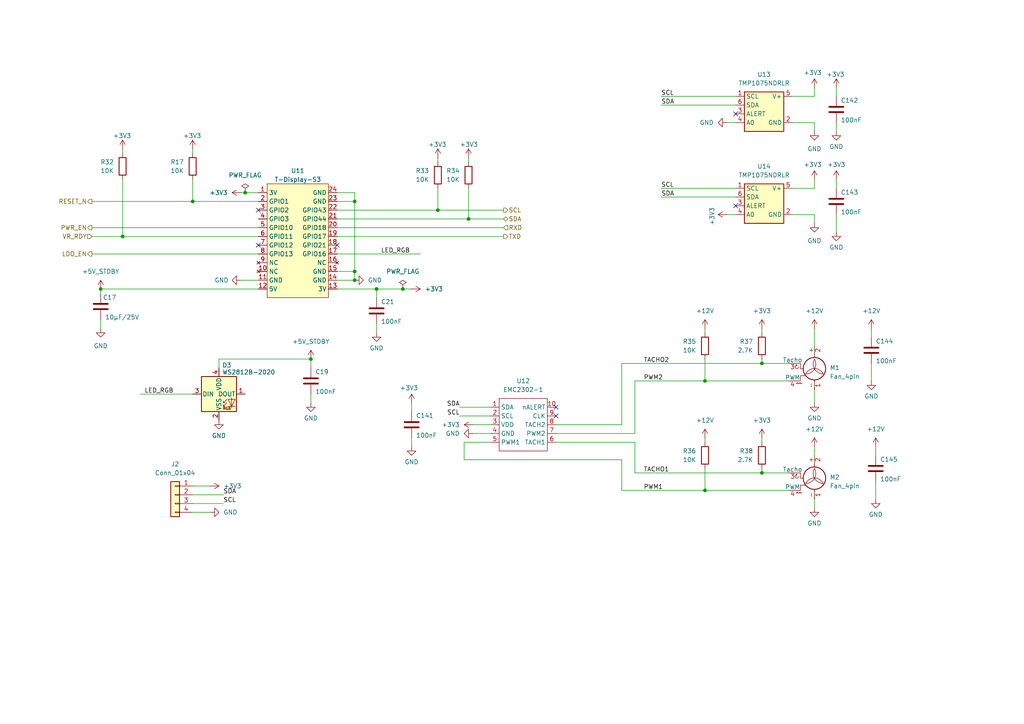
<source format=kicad_sch>
(kicad_sch (version 20231120) (generator "eeschema") (generator_version "8.0")
  (paper "A4")
  (lib_symbols
    (symbol "+3V3_1" (power) (pin_numbers hide) (pin_names (offset 0) hide)
      (property "Value" "+3V3" (at 0 3.556 0))
      (symbol "+3V3_1_0_1"
        (polyline (pts (xy -0.762 1.27) (xy 0 2.54)))
        (polyline (pts (xy 0 0) (xy 0 2.54)))
        (polyline (pts (xy 0 2.54) (xy 0.762 1.27)))
      )
      (symbol "+3V3_1_1_1"
        (pin power_in line (at 0 0 90) (length 0) (name "~") (number "1"))
      )
    )
    (symbol "+3V3_4" (power) (pin_numbers hide) (pin_names (offset 0) hide)
      (property "Value" "+3V3" (at 0 3.556 0))
      (symbol "+3V3_4_0_1"
        (polyline (pts (xy -0.762 1.27) (xy 0 2.54)))
        (polyline (pts (xy 0 0) (xy 0 2.54)))
        (polyline (pts (xy 0 2.54) (xy 0.762 1.27)))
      )
      (symbol "+3V3_4_1_1"
        (pin power_in line (at 0 0 90) (length 0) (name "~") (number "1"))
      )
    )
    (symbol "Connector_Generic:Conn_01x04" (pin_names (offset 1.016) hide)
      (property "Reference" "J" (at 0 5.08 0))
      (property "Value" "Conn_01x04" (at 0 -7.62 0))
      (symbol "Conn_01x04_1_1"
        (rectangle (start -1.27 -4.953) (end 0 -5.207) (stroke (width 0.1524)))
        (rectangle (start -1.27 -2.413) (end 0 -2.667) (stroke (width 0.1524)))
        (rectangle (start -1.27 0.127) (end 0 -0.127) (stroke (width 0.1524)))
        (rectangle (start -1.27 2.667) (end 0 2.413) (stroke (width 0.1524)))
        (rectangle (start -1.27 3.81) (end 1.27 -6.35) (stroke (width 0.254)) (fill (type background)))
        (pin passive line (at -5.08 2.54 0) (length 3.81) (name "Pin_1") (number "1"))
        (pin passive line (at -5.08 0 0) (length 3.81) (name "Pin_2") (number "2"))
        (pin passive line (at -5.08 -2.54 0) (length 3.81) (name "Pin_3") (number "3"))
        (pin passive line (at -5.08 -5.08 0) (length 3.81) (name "Pin_4") (number "4"))
      )
    )
    (symbol "Device:C" (pin_numbers hide) (pin_names (offset 0.254))
      (property "Reference" "C" (at 0.635 2.54 0))
      (property "Value" "C" (at 0.635 -2.54 0))
      (symbol "C_0_1"
        (polyline (pts (xy -2.032 -0.762) (xy 2.032 -0.762)) (stroke (width 0.508)))
        (polyline (pts (xy -2.032 0.762) (xy 2.032 0.762)) (stroke (width 0.508)))
      )
      (symbol "C_1_1"
        (pin passive line (at 0 3.81 270) (length 2.794) (name "~") (number "1"))
        (pin passive line (at 0 -3.81 90) (length 2.794) (name "~") (number "2"))
      )
    )
    (symbol "Device:R" (pin_numbers hide) (pin_names (offset 0))
      (property "Reference" "R" (at 2.032 0 90))
      (property "Value" "R" (at 0 0 90))
      (symbol "R_0_1"
        (rectangle (start -1.016 -2.54) (end 1.016 2.54) (stroke (width 0.254)))
      )
      (symbol "R_1_1"
        (pin passive line (at 0 3.81 270) (length 1.27) (name "~") (number "1"))
        (pin passive line (at 0 -3.81 90) (length 1.27) (name "~") (number "2"))
      )
    )
    (symbol "EKO_Miner_ASIClib:T-Display-S3"
      (property "Reference" "U" (at 3.048 3.302 0))
      (symbol "T-Display-S3_1_0"
        (pin power_in line (at 0 -2.54 0) (length 2.54) (name "3V") (number "1"))
        (pin no_connect line (at 0 -25.4 0) (length 2.54) (name "NC") (number "10"))
        (pin power_in line (at 0 -27.94 0) (length 2.54) (name "GND") (number "11"))
        (pin power_in line (at 0 -30.48 0) (length 2.54) (name "5V") (number "12"))
        (pin power_in line (at 22.86 -30.48 180) (length 2.54) (name "3V") (number "13"))
        (pin power_in line (at 22.86 -27.94 180) (length 2.54) (name "GND") (number "14"))
        (pin power_in line (at 22.86 -25.4 180) (length 2.54) (name "GND") (number "15"))
        (pin no_connect line (at 22.86 -22.86 180) (length 2.54) (name "NC") (number "16"))
        (pin bidirectional line (at 22.86 -20.32 180) (length 2.54) (name "GPIO16") (number "17"))
        (pin bidirectional line (at 22.86 -17.78 180) (length 2.54) (name "GPIO21") (number "18"))
        (pin bidirectional line (at 22.86 -15.24 180) (length 2.54) (name "GPIO17") (number "19"))
        (pin bidirectional line (at 0 -5.08 0) (length 2.54) (name "GPIO1") (number "2"))
        (pin bidirectional line (at 22.86 -12.7 180) (length 2.54) (name "GPIO18") (number "20"))
        (pin bidirectional line (at 0 -7.62 0) (length 2.54) (name "GPIO2") (number "3"))
        (pin bidirectional line (at 0 -10.16 0) (length 2.54) (name "GPIO3") (number "4"))
        (pin bidirectional line (at 0 -12.7 0) (length 2.54) (name "GPIO10") (number "5"))
        (pin input line (at 0 -15.24 0) (length 2.54) (name "GPIO11") (number "6"))
        (pin bidirectional line (at 0 -17.78 0) (length 2.54) (name "GPIO12") (number "7"))
        (pin bidirectional line (at 0 -20.32 0) (length 2.54) (name "GPIO13") (number "8"))
        (pin no_connect line (at 0 -22.86 0) (length 2.54) (name "NC") (number "9"))
      )
      (symbol "T-Display-S3_1_1"
        (rectangle (start 2.54 0) (end 20.32 -33.02) (fill (type background)))
        (pin bidirectional line (at 22.86 -10.16 180) (length 2.54) (name "GPIO44") (number "21"))
        (pin bidirectional line (at 22.86 -7.62 180) (length 2.54) (name "GPIO43") (number "22"))
        (pin power_in line (at 22.86 -5.08 180) (length 2.54) (name "GND") (number "23"))
        (pin power_in line (at 22.86 -2.54 180) (length 2.54) (name "GND") (number "24"))
      )
    )
    (symbol "EKO_Miner_ASIClib:TMP1075NDRLR"
      (property "Reference" "U" (at 3.302 3.81 0))
      (property "Value" "TMP1075NDRLR" (at 9.906 1.778 0))
      (symbol "TMP1075NDRLR_0_1"
        (rectangle (start 2.54 0) (end 13.97 -11.43) (stroke (width 0.254)) (fill (type background)))
      )
      (symbol "TMP1075NDRLR_1_1"
        (pin open_collector line (at 0 -1.27 0) (length 2.54) (name "SCL") (number "1"))
        (pin power_in line (at 16.51 -8.89 180) (length 2.54) (name "GND") (number "2"))
        (pin open_collector line (at 0 -6.35 0) (length 2.54) (name "ALERT") (number "3"))
        (pin input line (at 0 -8.89 0) (length 2.54) (name "A0") (number "4"))
        (pin power_in line (at 16.51 -1.27 180) (length 2.54) (name "V+") (number "5"))
        (pin open_collector line (at 0 -3.81 0) (length 2.54) (name "SDA") (number "6"))
      )
    )
    (symbol "GND_1" (power) (pin_names (offset 0))
      (property "Value" "GND_1" (at 0 -3.81 0))
      (symbol "GND_1_0_1"
        (polyline (pts (xy 0 0) (xy 0 -1.27) (xy 1.27 -1.27) (xy 0 -2.54) (xy -1.27 -1.27) (xy 0 -1.27)))
      )
      (symbol "GND_1_1_1"
        (pin power_in line (at 0 0 270) (length 0) hide (name "GND") (number "1"))
      )
    )
    (symbol "GND_2" (power) (pin_numbers hide) (pin_names (offset 0) hide)
      (property "Value" "GND" (at 0 -3.81 0))
      (symbol "GND_2_0_1"
        (polyline (pts (xy 0 0) (xy 0 -1.27) (xy 1.27 -1.27) (xy 0 -2.54) (xy -1.27 -1.27) (xy 0 -1.27)))
      )
      (symbol "GND_2_1_1"
        (pin power_in line (at 0 0 270) (length 0) (name "~") (number "1"))
      )
    )
    (symbol "GND_3" (power) (pin_numbers hide) (pin_names (offset 0) hide)
      (property "Value" "GND" (at 0 -3.81 0))
      (symbol "GND_3_0_1"
        (polyline (pts (xy 0 0) (xy 0 -1.27) (xy 1.27 -1.27) (xy 0 -2.54) (xy -1.27 -1.27) (xy 0 -1.27)))
      )
      (symbol "GND_3_1_1"
        (pin power_in line (at 0 0 270) (length 0) (name "~") (number "1"))
      )
    )
    (symbol "GND_4" (power) (pin_numbers hide) (pin_names (offset 0) hide)
      (property "Value" "GND" (at 0 -3.81 0))
      (symbol "GND_4_0_1"
        (polyline (pts (xy 0 0) (xy 0 -1.27) (xy 1.27 -1.27) (xy 0 -2.54) (xy -1.27 -1.27) (xy 0 -1.27)))
      )
      (symbol "GND_4_1_1"
        (pin power_in line (at 0 0 270) (length 0) (name "~") (number "1"))
      )
    )
    (symbol "GND_7" (power) (pin_numbers hide) (pin_names (offset 0) hide)
      (property "Value" "GND" (at 0 -3.81 0))
      (symbol "GND_7_0_1"
        (polyline (pts (xy 0 0) (xy 0 -1.27) (xy 1.27 -1.27) (xy 0 -2.54) (xy -1.27 -1.27) (xy 0 -1.27)))
      )
      (symbol "GND_7_1_1"
        (pin power_in line (at 0 0 270) (length 0) (name "~") (number "1"))
      )
    )
    (symbol "LED:WS2812B-2020" (pin_names (offset 0.254))
      (property "Reference" "D" (at 5.08 5.715 0))
      (property "Value" "WS2812B-2020" (at 1.27 -5.715 0))
      (symbol "WS2812B-2020_0_0"
        (text "RGB" (at 2.286 -4.191 0) (effects (font (size 0.762 0.762))))
      )
      (symbol "WS2812B-2020_0_1"
        (polyline (pts (xy 1.27 -3.556) (xy 1.778 -3.556)))
        (polyline (pts (xy 1.27 -2.54) (xy 1.778 -2.54)))
        (polyline (pts (xy 4.699 -3.556) (xy 2.667 -3.556)))
        (polyline (pts (xy 2.286 -2.54) (xy 1.27 -3.556) (xy 1.27 -3.048)))
        (polyline (pts (xy 2.286 -1.524) (xy 1.27 -2.54) (xy 1.27 -2.032)))
        (polyline (pts (xy 3.683 -1.016) (xy 3.683 -3.556) (xy 3.683 -4.064)))
        (polyline (pts (xy 4.699 -1.524) (xy 2.667 -1.524) (xy 3.683 -3.556) (xy 4.699 -1.524)))
        (rectangle (start 5.08 5.08) (end -5.08 -5.08) (stroke (width 0.254)) (fill (type background)))
      )
      (symbol "WS2812B-2020_1_1"
        (pin output line (at 7.62 0 180) (length 2.54) (name "DOUT") (number "1"))
        (pin power_in line (at 0 -7.62 90) (length 2.54) (name "VSS") (number "2"))
        (pin input line (at -7.62 0 0) (length 2.54) (name "DIN") (number "3"))
        (pin power_in line (at 0 7.62 270) (length 2.54) (name "VDD") (number "4"))
      )
    )
    (symbol "Motor:Fan_4pin" (pin_names (offset 0))
      (property "Reference" "M" (at 2.54 5.08 0))
      (property "Value" "Fan_4pin" (at 2.54 -2.54 0))
      (symbol "Fan_4pin_0_0"
        (arc (start -5.588 1.524) (mid -5.08 1.0182) (end -4.572 1.524))
        (arc (start -5.08 2.032) (mid -5.4392 1.8832) (end -5.588 1.524))
        (polyline (pts (xy -5.08 2.032) (xy -5.334 2.159)))
        (polyline (pts (xy -5.08 2.032) (xy -5.207 1.778)))
        (polyline (pts (xy -4.064 2.54) (xy -4.064 1.016) (xy -3.302 1.016)))
      )
      (symbol "Fan_4pin_0_1"
        (arc (start -2.54 -0.508) (mid 0.0028 0.9121) (end 0 3.81))
        (polyline (pts (xy -4.064 2.54) (xy -5.08 2.54)))
        (polyline (pts (xy 0 -5.08) (xy 0 -4.572)))
        (polyline (pts (xy 0 -2.2352) (xy 0 -2.6416)))
        (polyline (pts (xy 0 4.2672) (xy 0 4.6228)))
        (polyline (pts (xy 0 4.572) (xy 0 5.08)))
        (polyline (pts (xy -2.54 -1.016) (xy -4.064 -1.016) (xy -4.064 -2.54) (xy -5.08 -2.54)))
        (polyline (pts (xy -5.334 -3.302) (xy -5.08 -3.302) (xy -5.08 -3.048) (xy -4.826 -3.048) (xy -4.826 -3.302) (xy -4.318 -3.302) (xy -4.318 -3.048) (xy -4.064 -3.048) (xy -4.064 -3.302) (xy -3.556 -3.302)))
        (circle (center 0 1.016) (radius 3.2512) (stroke (width 0.254)))
        (arc (start 0 3.81) (mid 0.053 0.921) (end 2.54 -0.508))
        (arc (start 2.54 -0.508) (mid 0 1.0618) (end -2.54 -0.508))
      )
      (symbol "Fan_4pin_1_1"
        (pin passive line (at 0 -5.08 90) (length 2.54) (name "-") (number "1"))
        (pin passive line (at 0 7.62 270) (length 2.54) (name "+") (number "2"))
        (pin passive line (at -7.62 2.54 0) (length 2.54) (name "Tacho") (number "3"))
        (pin input line (at -7.62 -2.54 0) (length 2.54) (name "PWM") (number "4"))
      )
    )
    (symbol "mylib7:EMC2302"
      (property "Reference" "U11" (at -1.905 16.891 0))
      (property "Value" "EMC2302-1" (at -1.905 14.5796 0))
      (symbol "EMC2302_0_0"
        (pin open_collector line (at -11.43 10.16 0) (length 2.54) (name "SDA") (number "1"))
        (pin open_collector line (at -11.43 7.62 0) (length 2.54) (name "SCL") (number "2"))
        (pin power_in line (at -11.43 5.08 0) (length 2.54) (name "VDD") (number "3"))
        (pin power_in line (at -11.43 2.54 0) (length 2.54) (name "GND") (number "4"))
      )
      (symbol "EMC2302_0_1"
        (rectangle (start -8.89 12.7) (end 5.08 -2.54))
      )
      (symbol "EMC2302_1_0"
        (pin open_collector line (at 7.62 10.16 180) (length 2.54) (name "nALERT") (number "10"))
        (pin output line (at -11.43 0 0) (length 2.54) (name "PWM1") (number "5"))
        (pin input line (at 7.62 0 180) (length 2.54) (name "TACH1") (number "6"))
        (pin output line (at 7.62 2.54 180) (length 2.54) (name "PWM2") (number "7"))
        (pin input line (at 7.62 5.08 180) (length 2.54) (name "TACH2") (number "8"))
        (pin input line (at 7.62 7.62 180) (length 2.54) (name "CLK") (number "9"))
      )
    )
    (symbol "power:+12V" (power) (pin_names (offset 0))
      (property "Value" "+12V" (at 0 3.556 0))
      (symbol "+12V_0_1"
        (polyline (pts (xy -0.762 1.27) (xy 0 2.54)))
        (polyline (pts (xy 0 0) (xy 0 2.54)))
        (polyline (pts (xy 0 2.54) (xy 0.762 1.27)))
      )
      (symbol "+12V_1_1"
        (pin power_in line (at 0 0 90) (length 0) hide (name "+12V") (number "1"))
      )
    )
    (symbol "power:+3.3V" (power) (pin_names (offset 0))
      (property "Value" "+3.3V" (at 0 3.556 0))
      (symbol "+3.3V_0_1"
        (polyline (pts (xy -0.762 1.27) (xy 0 2.54)))
        (polyline (pts (xy 0 0) (xy 0 2.54)))
        (polyline (pts (xy 0 2.54) (xy 0.762 1.27)))
      )
      (symbol "+3.3V_1_1"
        (pin power_in line (at 0 0 90) (length 0) hide (name "+3.3V") (number "1"))
      )
    )
    (symbol "power:+3V3" (power) (pin_names (offset 0))
      (property "Value" "+3V3" (at 0 3.556 0))
      (symbol "+3V3_0_1"
        (polyline (pts (xy -0.762 1.27) (xy 0 2.54)))
        (polyline (pts (xy 0 0) (xy 0 2.54)))
        (polyline (pts (xy 0 2.54) (xy 0.762 1.27)))
      )
      (symbol "+3V3_1_1"
        (pin power_in line (at 0 0 90) (length 0) hide (name "+3V3") (number "1"))
      )
    )
    (symbol "power:GND" (power) (pin_names (offset 0))
      (property "Value" "GND" (at 0 -3.81 0))
      (symbol "GND_0_1"
        (polyline (pts (xy 0 0) (xy 0 -1.27) (xy 1.27 -1.27) (xy 0 -2.54) (xy -1.27 -1.27) (xy 0 -1.27)))
      )
      (symbol "GND_1_1"
        (pin power_in line (at 0 0 270) (length 0) hide (name "GND") (number "1"))
      )
    )
    (symbol "power:PWR_FLAG" (power) (pin_numbers hide) (pin_names (offset 0) hide)
      (property "Value" "PWR_FLAG" (at 0 3.81 0))
      (symbol "PWR_FLAG_0_0"
        (pin power_out line (at 0 0 90) (length 0) (name "~") (number "1"))
      )
      (symbol "PWR_FLAG_0_1"
        (polyline (pts (xy 0 0) (xy 0 1.27) (xy -1.016 1.905) (xy 0 2.54) (xy 1.016 1.905) (xy 0 1.27)))
      )
    )
  )
  (junction (at 127 60.96))
  (junction (at 135.89 63.5))
  (junction (at 55.88 58.42))
  (junction (at 204.47 110.49))
  (junction (at 116.84 83.82))
  (junction (at 29.21 83.82))
  (junction (at 102.87 78.74))
  (junction (at 102.87 81.28))
  (junction (at 90.17 104.14))
  (junction (at 109.22 83.82))
  (junction (at 71.12 55.88))
  (junction (at 220.98 105.41))
  (junction (at 102.87 58.42))
  (junction (at 220.98 137.16))
  (junction (at 204.47 142.24))
  (junction (at 35.56 68.58))
  (no_connect (at 161.29 118.11))
  (no_connect (at 97.79 71.12))
  (no_connect (at 74.93 60.96))
  (no_connect (at 213.36 59.69))
  (no_connect (at 74.93 71.12))
  (no_connect (at 161.29 120.65))
  (no_connect (at 213.36 33.02))
  (wire (pts (xy 133.35 120.65) (xy 142.24 120.65)))
  (wire (pts (xy 161.29 123.19) (xy 180.34 123.19)))
  (wire (pts (xy 97.79 73.66) (xy 121.92 73.66)))
  (wire (pts (xy 242.57 35.56) (xy 242.57 38.1)))
  (wire (pts (xy 97.79 55.88) (xy 102.87 55.88)))
  (wire (pts (xy 220.98 104.14) (xy 220.98 105.41)))
  (wire (pts (xy 161.29 125.73) (xy 184.15 125.73)))
  (wire (pts (xy 97.79 60.96) (xy 127 60.96)))
  (wire (pts (xy 242.57 62.23) (xy 242.57 67.31)))
  (wire (pts (xy 97.79 68.58) (xy 146.05 68.58)))
  (wire (pts (xy 180.34 105.41) (xy 220.98 105.41)))
  (wire (pts (xy 236.22 38.1) (xy 236.22 35.56)))
  (wire (pts (xy 191.77 57.15) (xy 213.36 57.15)))
  (wire (pts (xy 55.88 52.07) (xy 55.88 58.42)))
  (wire (pts (xy 220.98 137.16) (xy 228.6 137.16)))
  (wire (pts (xy 26.67 66.04) (xy 74.93 66.04)))
  (wire (pts (xy 236.22 64.77) (xy 236.22 62.23)))
  (wire (pts (xy 60.96 148.59) (xy 55.88 148.59)))
  (wire (pts (xy 69.85 55.88) (xy 71.12 55.88)))
  (wire (pts (xy 161.29 128.27) (xy 184.15 128.27)))
  (wire (pts (xy 127 60.96) (xy 146.05 60.96)))
  (wire (pts (xy 109.22 83.82) (xy 109.22 86.36)))
  (wire (pts (xy 119.38 116.84) (xy 119.38 119.38)))
  (wire (pts (xy 229.87 54.61) (xy 236.22 54.61)))
  (wire (pts (xy 109.22 93.98) (xy 109.22 96.52)))
  (wire (pts (xy 134.62 133.35) (xy 134.62 128.27)))
  (wire (pts (xy 220.98 95.25) (xy 220.98 96.52)))
  (wire (pts (xy 242.57 25.4) (xy 242.57 27.94)))
  (wire (pts (xy 127 54.61) (xy 127 60.96)))
  (wire (pts (xy 229.87 35.56) (xy 236.22 35.56)))
  (wire (pts (xy 97.79 81.28) (xy 102.87 81.28)))
  (wire (pts (xy 35.56 52.07) (xy 35.56 68.58)))
  (wire (pts (xy 29.21 83.82) (xy 29.21 85.09)))
  (wire (pts (xy 180.34 123.19) (xy 180.34 105.41)))
  (wire (pts (xy 71.12 55.88) (xy 74.93 55.88)))
  (wire (pts (xy 133.35 118.11) (xy 142.24 118.11)))
  (wire (pts (xy 63.5 106.68) (xy 63.5 104.14)))
  (wire (pts (xy 135.89 54.61) (xy 135.89 63.5)))
  (wire (pts (xy 220.98 105.41) (xy 228.6 105.41)))
  (wire (pts (xy 236.22 95.25) (xy 236.22 100.33)))
  (wire (pts (xy 191.77 27.94) (xy 213.36 27.94)))
  (wire (pts (xy 204.47 104.14) (xy 204.47 110.49)))
  (wire (pts (xy 26.67 58.42) (xy 55.88 58.42)))
  (wire (pts (xy 254 139.7) (xy 254 144.78)))
  (wire (pts (xy 236.22 144.78) (xy 236.22 147.32)))
  (wire (pts (xy 204.47 142.24) (xy 228.6 142.24)))
  (wire (pts (xy 97.79 78.74) (xy 102.87 78.74)))
  (wire (pts (xy 55.88 43.18) (xy 55.88 44.45)))
  (wire (pts (xy 180.34 142.24) (xy 180.34 133.35)))
  (wire (pts (xy 97.79 63.5) (xy 135.89 63.5)))
  (wire (pts (xy 191.77 54.61) (xy 213.36 54.61)))
  (wire (pts (xy 116.84 83.82) (xy 119.38 83.82)))
  (wire (pts (xy 236.22 113.03) (xy 236.22 116.84)))
  (wire (pts (xy 26.67 73.66) (xy 74.93 73.66)))
  (wire (pts (xy 135.89 63.5) (xy 146.05 63.5)))
  (wire (pts (xy 40.64 114.3) (xy 55.88 114.3)))
  (wire (pts (xy 204.47 127) (xy 204.47 128.27)))
  (wire (pts (xy 229.87 62.23) (xy 236.22 62.23)))
  (wire (pts (xy 102.87 55.88) (xy 102.87 58.42)))
  (wire (pts (xy 204.47 110.49) (xy 228.6 110.49)))
  (wire (pts (xy 236.22 54.61) (xy 236.22 52.07)))
  (wire (pts (xy 220.98 127) (xy 220.98 128.27)))
  (wire (pts (xy 220.98 135.89) (xy 220.98 137.16)))
  (wire (pts (xy 29.21 83.82) (xy 74.93 83.82)))
  (wire (pts (xy 180.34 142.24) (xy 204.47 142.24)))
  (wire (pts (xy 213.36 62.23) (xy 210.82 62.23)))
  (wire (pts (xy 119.38 127) (xy 119.38 129.54)))
  (wire (pts (xy 26.67 68.58) (xy 35.56 68.58)))
  (wire (pts (xy 229.87 27.94) (xy 236.22 27.94)))
  (wire (pts (xy 90.17 114.3) (xy 90.17 116.84)))
  (wire (pts (xy 97.79 66.04) (xy 146.05 66.04)))
  (wire (pts (xy 97.79 83.82) (xy 109.22 83.82)))
  (wire (pts (xy 180.34 133.35) (xy 134.62 133.35)))
  (wire (pts (xy 29.21 92.71) (xy 29.21 95.25)))
  (wire (pts (xy 102.87 78.74) (xy 102.87 81.28)))
  (wire (pts (xy 102.87 58.42) (xy 102.87 78.74)))
  (wire (pts (xy 184.15 128.27) (xy 184.15 137.16)))
  (wire (pts (xy 64.77 146.05) (xy 55.88 146.05)))
  (wire (pts (xy 184.15 137.16) (xy 220.98 137.16)))
  (wire (pts (xy 191.77 30.48) (xy 213.36 30.48)))
  (wire (pts (xy 60.96 140.97) (xy 55.88 140.97)))
  (wire (pts (xy 252.73 95.25) (xy 252.73 97.79)))
  (wire (pts (xy 127 45.72) (xy 127 46.99)))
  (wire (pts (xy 184.15 125.73) (xy 184.15 110.49)))
  (wire (pts (xy 242.57 52.07) (xy 242.57 54.61)))
  (wire (pts (xy 74.93 81.28) (xy 69.85 81.28)))
  (wire (pts (xy 184.15 110.49) (xy 204.47 110.49)))
  (wire (pts (xy 137.16 123.19) (xy 142.24 123.19)))
  (wire (pts (xy 134.62 128.27) (xy 142.24 128.27)))
  (wire (pts (xy 137.16 125.73) (xy 142.24 125.73)))
  (wire (pts (xy 236.22 27.94) (xy 236.22 25.4)))
  (wire (pts (xy 252.73 105.41) (xy 252.73 110.49)))
  (wire (pts (xy 109.22 83.82) (xy 116.84 83.82)))
  (wire (pts (xy 97.79 58.42) (xy 102.87 58.42)))
  (wire (pts (xy 213.36 35.56) (xy 210.82 35.56)))
  (wire (pts (xy 135.89 45.72) (xy 135.89 46.99)))
  (wire (pts (xy 35.56 68.58) (xy 74.93 68.58)))
  (wire (pts (xy 55.88 58.42) (xy 74.93 58.42)))
  (wire (pts (xy 254 129.54) (xy 254 132.08)))
  (wire (pts (xy 204.47 95.25) (xy 204.47 96.52)))
  (wire (pts (xy 90.17 104.14) (xy 90.17 106.68)))
  (wire (pts (xy 64.77 143.51) (xy 55.88 143.51)))
  (wire (pts (xy 35.56 43.18) (xy 35.56 44.45)))
  (wire (pts (xy 63.5 104.14) (xy 90.17 104.14)))
  (wire (pts (xy 236.22 129.54) (xy 236.22 132.08)))
  (wire (pts (xy 204.47 135.89) (xy 204.47 142.24)))
  (label "SDA" (at 64.77 143.51 0))
  (label "SCL" (at 191.77 27.94 0))
  (label "SCL" (at 191.77 54.61 0))
  (label "SDA" (at 195.58 30.48 180))
  (label "SDA" (at 133.35 118.11 180))
  (label "SCL" (at 64.77 146.05 0))
  (label "LED_RGB" (at 41.91 114.3 0))
  (label "PWM2" (at 186.69 110.49 0))
  (label "SDA" (at 195.58 57.15 180))
  (label "LED_RGB" (at 110.49 73.66 0))
  (label "SCL" (at 133.35 120.65 180))
  (label "PWM1" (at 186.69 142.24 0))
  (label "TACHO2" (at 186.69 105.41 0))
  (label "TACHO1" (at 186.69 137.16 0))
  (hierarchical_label "SDA" (shape bidirectional) (at 146.05 63.5 0))
  (hierarchical_label "PWR_EN" (shape output) (at 26.67 66.04 180))
  (hierarchical_label "RXD" (shape input) (at 146.05 66.04 0))
  (hierarchical_label "SCL" (shape output) (at 146.05 60.96 0))
  (hierarchical_label "RESET_N" (shape output) (at 26.67 58.42 180))
  (hierarchical_label "TXD" (shape output) (at 146.05 68.58 0))
  (hierarchical_label "LDO_EN" (shape output) (at 26.67 73.66 180))
  (hierarchical_label "VR_RDY" (shape input) (at 26.67 68.58 180))
  (symbol (lib_id "power:GND") (at 119.38 129.54 0) (mirror y) (unit 1)
    (property "Reference" "#PWR0217" (effects (hide yes)))
    (property "Value" "GND" (at 119.38 133.985 0))
  )
  (symbol (lib_id "Device:C") (at 242.57 58.42 0) (unit 1)
    (property "Reference" "C143" (at 243.84 56.515 0) (effects (justify left bottom)))
    (property "Value" "100nF" (at 243.84 62.23 0) (effects (justify left bottom)))
    (property "Footprint" "Capacitor_SMD:C_0805_2012Metric" (effects (hide yes)))
    (property "Manufacturer" "0805B104M101CT" (effects (hide yes)))
    (property "P/N DIGIKEY" "311-3037-1-ND" (effects (hide yes)))
    (property "P/N MOUSER" "791-0805B104M101CT" (effects (hide yes)))
  )
  (symbol (lib_id "Motor:Fan_4pin") (at 236.22 107.95 0) (unit 1)
    (property "Reference" "M1" (at 240.665 106.68 0) (effects (justify left)))
    (property "Value" "Fan_4pin" (at 240.665 109.22 0) (effects (justify left)))
    (property "Footprint" "Connector:FanPinHeader_1x04_P2.54mm_Vertical" (effects (hide yes)))
    (property "Datasheet" "http://www.formfactors.org/developer%5Cspecs%5Crev1_2_public.pdf" (effects (hide yes)))
    (property "Manufacturer" "0470531000" (effects (hide yes)))
    (property "P/N DIGIKEY" "WM4330-ND" (effects (hide yes)))
    (property "P/N MOUSER" "538-47053-1000" (effects (hide yes)))
  )
  (symbol (lib_id "Device:R") (at 204.47 132.08 0) (mirror y) (unit 1)
    (property "Reference" "R36" (at 201.93 130.81 0) (effects (justify left)))
    (property "Value" "10K" (at 201.93 133.35 0) (effects (justify left)))
    (property "Footprint" "Resistor_SMD:R_0805_2012Metric" (effects (hide yes)))
    (property "Manufacturer" "CRGCQ0805F10K" (effects (hide yes)))
    (property "P/N MOUSER" "279-CRGCQ0805F10K" (effects (hide yes)))
  )
  (symbol (lib_name "+3V3_4") (lib_id "power:+3V3") (at 60.96 140.97 270) (mirror x) (unit 1)
    (property "Reference" "#PWR015" (effects (hide yes)))
    (property "Value" "+3V3" (at 64.77 140.9699 90) (effects (justify left)))
    (property "Description" "Power symbol creates a global label with name \"+3V3\"" (effects (hide yes)))
  )
  (symbol (lib_id "power:GND") (at 109.22 96.52 0) (mirror y) (unit 1)
    (property "Reference" "#PWR043" (effects (hide yes)))
    (property "Value" "GND" (at 109.22 100.965 0))
  )
  (symbol (lib_name "GND_7") (lib_id "power:GND") (at 29.21 95.25 0) (unit 1)
    (property "Reference" "#PWR026" (effects (hide yes)))
    (property "Value" "GND" (at 29.21 100.33 0))
  )
  (symbol (lib_name "+3V3_1") (lib_id "power:+3V3") (at 135.89 45.72 0) (unit 1)
    (property "Reference" "#PWR0219" (effects (hide yes)))
    (property "Value" "+3V3" (at 133.35 41.91 0) (effects (justify left)))
    (property "Description" "Power symbol creates a global label with name \"+3V3\"" (effects (hide yes)))
  )
  (symbol (lib_id "power:+3.3V") (at 29.21 83.82 0) (unit 1)
    (property "Reference" "#PWR03" (effects (hide yes)))
    (property "Value" "+5V_STDBY" (at 29.21 78.74 0))
  )
  (symbol (lib_id "Device:C") (at 242.57 31.75 0) (unit 1)
    (property "Reference" "C142" (at 243.84 29.845 0) (effects (justify left bottom)))
    (property "Value" "100nF" (at 243.84 35.56 0) (effects (justify left bottom)))
    (property "Footprint" "Capacitor_SMD:C_0805_2012Metric" (effects (hide yes)))
    (property "Manufacturer" "0805B104M101CT" (effects (hide yes)))
    (property "P/N DIGIKEY" "311-3037-1-ND" (effects (hide yes)))
    (property "P/N MOUSER" "791-0805B104M101CT" (effects (hide yes)))
  )
  (symbol (lib_id "power:+3V3") (at 210.82 62.23 90) (unit 1)
    (property "Reference" "#PWR04" (effects (hide yes)))
    (property "Value" "+3V3" (at 206.502 62.738 0))
  )
  (symbol (lib_id "power:+12V") (at 204.47 95.25 0) (unit 1)
    (property "Reference" "#PWR0227" (effects (hide yes)))
    (property "Value" "+12V" (at 204.47 90.17 0))
  )
  (symbol (lib_id "Device:C") (at 252.73 101.6 0) (unit 1)
    (property "Reference" "C144" (at 254 99.695 0) (effects (justify left bottom)))
    (property "Value" "100nF" (at 254 105.41 0) (effects (justify left bottom)))
    (property "Footprint" "Capacitor_SMD:C_0805_2012Metric" (effects (hide yes)))
    (property "Manufacturer" "0805B104M101CT" (effects (hide yes)))
    (property "P/N DIGIKEY" "311-3037-1-ND" (effects (hide yes)))
    (property "P/N MOUSER" "791-0805B104M101CT" (effects (hide yes)))
  )
  (symbol (lib_id "power:GND") (at 254 144.78 0) (mirror y) (unit 1)
    (property "Reference" "#PWR0242" (effects (hide yes)))
    (property "Value" "GND" (at 254 149.225 0))
  )
  (symbol (lib_id "Device:R") (at 220.98 132.08 0) (mirror y) (unit 1)
    (property "Reference" "R38" (at 218.44 130.81 0) (effects (justify left)))
    (property "Value" "2.7K" (at 218.44 133.35 0) (effects (justify left)))
    (property "Footprint" "Resistor_SMD:R_0805_2012Metric" (effects (hide yes)))
    (property "Manufacturer" "CR0805-FX-2701ELF" (effects (hide yes)))
    (property "P/N MOUSER" "652-CR0805FX-2701ELF" (effects (hide yes)))
  )
  (symbol (lib_id "power:+12V") (at 252.73 95.25 0) (unit 1)
    (property "Reference" "#PWR0239" (effects (hide yes)))
    (property "Value" "+12V" (at 252.73 90.17 0))
  )
  (symbol (lib_name "GND_4") (lib_id "power:GND") (at 60.96 148.59 90) (mirror x) (unit 1)
    (property "Reference" "#PWR022" (effects (hide yes)))
    (property "Value" "GND" (at 64.77 148.5899 90) (effects (justify right)))
    (property "Description" "Power symbol creates a global label with name \"GND\" , ground" (effects (hide yes)))
  )
  (symbol (lib_name "GND_2") (lib_id "power:GND") (at 69.85 81.28 270) (unit 1)
    (property "Reference" "#PWR0213" (effects (hide yes)))
    (property "Value" "GND" (at 64.262 81.28 90))
    (property "Description" "Power symbol creates a global label with name \"GND\" , ground" (effects (hide yes)))
  )
  (symbol (lib_id "power:+12V") (at 204.47 127 0) (unit 1)
    (property "Reference" "#PWR0228" (effects (hide yes)))
    (property "Value" "+12V" (at 204.47 121.92 0))
  )
  (symbol (lib_id "Device:C") (at 109.22 90.17 0) (unit 1)
    (property "Reference" "C21" (at 110.49 88.265 0) (effects (justify left bottom)))
    (property "Value" "100nF" (at 110.49 93.98 0) (effects (justify left bottom)))
    (property "Footprint" "Capacitor_SMD:C_0805_2012Metric" (effects (hide yes)))
    (property "Manufacturer" "0805B104M101CT" (effects (hide yes)))
    (property "P/N DIGIKEY" "311-3037-1-ND" (effects (hide yes)))
    (property "P/N MOUSER" "791-0805B104M101CT" (effects (hide yes)))
  )
  (symbol (lib_name "+3V3_1") (lib_id "power:+3V3") (at 35.56 43.18 0) (unit 1)
    (property "Reference" "#PWR0211" (effects (hide yes)))
    (property "Value" "+3V3" (at 32.766 39.37 0) (effects (justify left)))
    (property "Description" "Power symbol creates a global label with name \"+3V3\"" (effects (hide yes)))
  )
  (symbol (lib_id "power:+3V3") (at 220.98 127 0) (unit 1)
    (property "Reference" "#PWR0234" (effects (hide yes)))
    (property "Value" "+3V3" (at 220.98 121.92 0))
  )
  (symbol (lib_id "Device:R") (at 127 50.8 0) (mirror y) (unit 1)
    (property "Reference" "R33" (at 124.46 49.53 0) (effects (justify left)))
    (property "Value" "10K" (at 124.46 52.07 0) (effects (justify left)))
    (property "Footprint" "Resistor_SMD:R_0805_2012Metric" (effects (hide yes)))
    (property "Manufacturer" "CRGCQ0805F10K" (effects (hide yes)))
    (property "P/N MOUSER" "279-CRGCQ0805F10K" (effects (hide yes)))
  )
  (symbol (lib_name "+3V3_1") (lib_id "power:+3V3") (at 55.88 43.18 0) (unit 1)
    (property "Reference" "#PWR08" (effects (hide yes)))
    (property "Value" "+3V3" (at 53.086 39.37 0) (effects (justify left)))
    (property "Description" "Power symbol creates a global label with name \"+3V3\"" (effects (hide yes)))
  )
  (symbol (lib_id "power:+3.3V") (at 90.17 104.14 0) (unit 1)
    (property "Reference" "#PWR014" (effects (hide yes)))
    (property "Value" "+5V_STDBY" (at 90.17 99.06 0))
  )
  (symbol (lib_name "+3V3_1") (lib_id "power:+3V3") (at 119.38 83.82 270) (unit 1)
    (property "Reference" "#PWR0215" (effects (hide yes)))
    (property "Value" "+3V3" (at 123.19 83.8199 90) (effects (justify left)))
    (property "Description" "Power symbol creates a global label with name \"+3V3\"" (effects (hide yes)))
  )
  (symbol (lib_id "power:GND") (at 90.17 116.84 0) (mirror y) (unit 1)
    (property "Reference" "#PWR039" (effects (hide yes)))
    (property "Value" "GND" (at 90.17 121.285 0))
  )
  (symbol (lib_id "power:PWR_FLAG") (at 116.84 83.82 0) (unit 1)
    (property "Reference" "#FLG01" (effects (hide yes)))
    (property "Value" "PWR_FLAG" (at 116.84 78.74 0))
    (property "Description" "Special symbol for telling ERC where power comes from" (effects (hide yes)))
  )
  (symbol (lib_id "mylib7:EMC2302") (at 153.67 128.27 0) (unit 1)
    (property "Reference" "U12" (at 151.765 110.49 0))
    (property "Value" "EMC2302-1" (at 151.765 113.03 0))
    (property "Footprint" "Package_SO:MSOP-10_3x3mm_P0.5mm" (effects (hide yes)))
    (property "Field7" "Microchip" (effects (hide yes)))
    (property "Manufacturer" "EMC2302-1-AIZL-TR" (effects (hide yes)))
    (property "P/N DIGIKEY" "EMC2302-1-AIZL-CT-ND" (effects (hide yes)))
    (property "P/N MOUSER" "886-EMC2302-1-AIZLTR" (effects (hide yes)))
  )
  (symbol (lib_id "Connector_Generic:Conn_01x04") (at 50.8 143.51 0) (mirror y) (unit 1)
    (property "Reference" "J2" (at 50.8 134.62 0))
    (property "Value" "Conn_01x04" (at 50.8 137.16 0))
    (property "Footprint" "Connector_PinHeader_2.54mm:PinHeader_1x04_P2.54mm_Vertical" (effects (hide yes)))
    (property "Description" "Generic connector, single row, 01x04, script generated (kicad-library-utils/schlib/autogen/connector/)" (effects (hide yes)))
  )
  (symbol (lib_id "EKO_Miner_ASIClib:TMP1075NDRLR") (at 213.36 26.67 0) (unit 1)
    (property "Reference" "U13" (at 221.615 21.59 0))
    (property "Value" "TMP1075NDRLR" (at 221.615 24.13 0))
    (property "Footprint" "EKO_Miner_ASIClib:SOT50P160X60-6N" (effects (hide yes)))
    (property "P/N MOUSER" "595-TMP1075NDRLR" (effects (hide yes)))
    (property "Manufacturer" "TMP1075NDRLR" (effects (hide yes)))
  )
  (symbol (lib_name "+3V3_1") (lib_id "power:+3V3") (at 127 45.72 0) (unit 1)
    (property "Reference" "#PWR0218" (effects (hide yes)))
    (property "Value" "+3V3" (at 124.206 41.91 0) (effects (justify left)))
    (property "Description" "Power symbol creates a global label with name \"+3V3\"" (effects (hide yes)))
  )
  (symbol (lib_id "power:+12V") (at 254 129.54 0) (unit 1)
    (property "Reference" "#PWR0241" (effects (hide yes)))
    (property "Value" "+12V" (at 254 124.46 0))
  )
  (symbol (lib_name "+3V3_1") (lib_id "power:+3V3") (at 69.85 55.88 90) (unit 1)
    (property "Reference" "#PWR0212" (effects (hide yes)))
    (property "Value" "+3V3" (at 66.04 55.8801 90) (effects (justify left)))
    (property "Description" "Power symbol creates a global label with name \"+3V3\"" (effects (hide yes)))
  )
  (symbol (lib_id "power:+3V3") (at 242.57 52.07 0) (mirror y) (unit 1)
    (property "Reference" "#PWR0231" (effects (hide yes)))
    (property "Value" "+3V3" (at 242.57 47.752 0))
  )
  (symbol (lib_id "power:+3V3") (at 119.38 116.84 0) (mirror y) (unit 1)
    (property "Reference" "#PWR0216" (effects (hide yes)))
    (property "Value" "+3V3" (at 118.618 112.522 0))
  )
  (symbol (lib_name "GND_4") (lib_id "power:GND") (at 137.16 125.73 270) (unit 1)
    (property "Reference" "#PWR0221" (effects (hide yes)))
    (property "Value" "GND" (at 133.35 125.7299 90) (effects (justify right)))
    (property "Description" "Power symbol creates a global label with name \"GND\" , ground" (effects (hide yes)))
  )
  (symbol (lib_id "power:GND") (at 236.22 147.32 0) (unit 1)
    (property "Reference" "#PWR0238" (effects (hide yes)))
    (property "Value" "GND" (at 236.22 151.765 0))
  )
  (symbol (lib_id "Device:R") (at 35.56 48.26 0) (mirror y) (unit 1)
    (property "Reference" "R32" (at 33.02 46.99 0) (effects (justify left)))
    (property "Value" "10K" (at 33.02 49.53 0) (effects (justify left)))
    (property "Footprint" "Resistor_SMD:R_0805_2012Metric" (effects (hide yes)))
    (property "Manufacturer" "CRGCQ0805F10K" (effects (hide yes)))
    (property "P/N MOUSER" "279-CRGCQ0805F10K" (effects (hide yes)))
  )
  (symbol (lib_id "power:GND") (at 63.5 121.92 0) (mirror y) (unit 1)
    (property "Reference" "#PWR040" (effects (hide yes)))
    (property "Value" "GND" (at 63.5 126.365 0))
  )
  (symbol (lib_id "power:+3V3") (at 236.22 25.4 0) (unit 1)
    (property "Reference" "#PWR0224" (effects (hide yes)))
    (property "Value" "+3V3" (at 235.712 21.082 0))
  )
  (symbol (lib_id "Device:R") (at 204.47 100.33 0) (mirror y) (unit 1)
    (property "Reference" "R35" (at 201.93 99.06 0) (effects (justify left)))
    (property "Value" "10K" (at 201.93 101.6 0) (effects (justify left)))
    (property "Footprint" "Resistor_SMD:R_0805_2012Metric" (effects (hide yes)))
    (property "Manufacturer" "CRGCQ0805F10K" (effects (hide yes)))
    (property "P/N MOUSER" "279-CRGCQ0805F10K" (effects (hide yes)))
  )
  (symbol (lib_id "Motor:Fan_4pin") (at 236.22 139.7 0) (unit 1)
    (property "Reference" "M2" (at 240.665 138.43 0) (effects (justify left)))
    (property "Value" "Fan_4pin" (at 240.665 140.97 0) (effects (justify left)))
    (property "Footprint" "Connector:FanPinHeader_1x04_P2.54mm_Vertical" (effects (hide yes)))
    (property "Datasheet" "http://www.formfactors.org/developer%5Cspecs%5Crev1_2_public.pdf" (effects (hide yes)))
    (property "Manufacturer" "0470531000" (effects (hide yes)))
    (property "P/N DIGIKEY" "WM4330-ND" (effects (hide yes)))
    (property "P/N MOUSER" "538-47053-1000" (effects (hide yes)))
  )
  (symbol (lib_id "power:+3V3") (at 236.22 52.07 0) (unit 1)
    (property "Reference" "#PWR031" (effects (hide yes)))
    (property "Value" "+3V3" (at 235.712 47.752 0))
  )
  (symbol (lib_name "GND_1") (lib_id "power:GND") (at 236.22 64.77 0) (unit 1)
    (property "Reference" "#PWR035" (effects (hide yes)))
    (property "Value" "GND" (at 236.22 69.85 0))
  )
  (symbol (lib_id "power:GND") (at 242.57 67.31 0) (mirror y) (unit 1)
    (property "Reference" "#PWR0232" (effects (hide yes)))
    (property "Value" "GND" (at 242.57 71.755 0))
  )
  (symbol (lib_id "EKO_Miner_ASIClib:T-Display-S3") (at 74.93 53.34 0) (unit 1)
    (property "Reference" "U11" (at 86.36 49.53 0))
    (property "Value" "T-Display-S3" (at 86.36 52.07 0))
    (property "Footprint" "EKO_Miner_ASIClib:LILYGO Tdisplay S3" (effects (hide yes)))
    (property "Manufacturer" "LILYGO Tdisplay S3" (effects (hide yes)))
  )
  (symbol (lib_id "Device:C") (at 119.38 123.19 0) (unit 1)
    (property "Reference" "C141" (at 120.65 121.285 0) (effects (justify left bottom)))
    (property "Value" "100nF" (at 120.65 127 0) (effects (justify left bottom)))
    (property "Footprint" "Capacitor_SMD:C_0805_2012Metric" (effects (hide yes)))
    (property "Manufacturer" "0805B104M101CT" (effects (hide yes)))
    (property "P/N DIGIKEY" "311-3037-1-ND" (effects (hide yes)))
    (property "P/N MOUSER" "791-0805B104M101CT" (effects (hide yes)))
  )
  (symbol (lib_name "GND_3") (lib_id "power:GND") (at 102.87 81.28 90) (unit 1)
    (property "Reference" "#PWR0214" (effects (hide yes)))
    (property "Value" "GND" (at 106.68 81.2799 90) (effects (justify right)))
    (property "Description" "Power symbol creates a global label with name \"GND\" , ground" (effects (hide yes)))
  )
  (symbol (lib_id "power:GND") (at 242.57 38.1 0) (mirror y) (unit 1)
    (property "Reference" "#PWR0230" (effects (hide yes)))
    (property "Value" "GND" (at 242.57 42.545 0))
  )
  (symbol (lib_id "EKO_Miner_ASIClib:TMP1075NDRLR") (at 213.36 53.34 0) (unit 1)
    (property "Reference" "U14" (at 221.615 48.26 0))
    (property "Value" "TMP1075NDRLR" (at 221.615 50.8 0))
    (property "Footprint" "EKO_Miner_ASIClib:SOT50P160X60-6N" (effects (hide yes)))
    (property "P/N MOUSER" "595-TMP1075NDRLR" (effects (hide yes)))
    (property "Manufacturer" "TMP1075NDRLR" (effects (hide yes)))
  )
  (symbol (lib_name "+3V3_4") (lib_id "power:+3V3") (at 220.98 95.25 0) (unit 1)
    (property "Reference" "#PWR0233" (effects (hide yes)))
    (property "Value" "+3V3" (at 220.98 90.17 0))
    (property "Description" "Power symbol creates a global label with name \"+3V3\"" (effects (hide yes)))
  )
  (symbol (lib_name "GND_1") (lib_id "power:GND") (at 236.22 38.1 0) (unit 1)
    (property "Reference" "#PWR0225" (effects (hide yes)))
    (property "Value" "GND" (at 236.22 43.18 0))
  )
  (symbol (lib_id "power:+12V") (at 236.22 129.54 0) (unit 1)
    (property "Reference" "#PWR0237" (effects (hide yes)))
    (property "Value" "+12V" (at 236.22 124.46 0))
  )
  (symbol (lib_id "Device:R") (at 135.89 50.8 0) (mirror y) (unit 1)
    (property "Reference" "R34" (at 133.35 49.53 0) (effects (justify left)))
    (property "Value" "10K" (at 133.35 52.07 0) (effects (justify left)))
    (property "Footprint" "Resistor_SMD:R_0805_2012Metric" (effects (hide yes)))
    (property "Manufacturer" "CRGCQ0805F10K" (effects (hide yes)))
    (property "P/N MOUSER" "279-CRGCQ0805F10K" (effects (hide yes)))
  )
  (symbol (lib_id "Device:R") (at 55.88 48.26 0) (mirror y) (unit 1)
    (property "Reference" "R17" (at 53.34 46.99 0) (effects (justify left)))
    (property "Value" "10K" (at 53.34 49.53 0) (effects (justify left)))
    (property "Footprint" "Resistor_SMD:R_0805_2012Metric" (effects (hide yes)))
    (property "Manufacturer" "CRGCQ0805F10K" (effects (hide yes)))
    (property "P/N MOUSER" "279-CRGCQ0805F10K" (effects (hide yes)))
  )
  (symbol (lib_name "+3V3_4") (lib_id "power:+3V3") (at 137.16 123.19 90) (unit 1)
    (property "Reference" "#PWR0220" (effects (hide yes)))
    (property "Value" "+3V3" (at 133.35 123.1899 90) (effects (justify left)))
    (property "Description" "Power symbol creates a global label with name \"+3V3\"" (effects (hide yes)))
  )
  (symbol (lib_id "Device:C") (at 90.17 110.49 0) (unit 1)
    (property "Reference" "C19" (at 91.44 108.585 0) (effects (justify left bottom)))
    (property "Value" "100nF" (at 91.44 114.3 0) (effects (justify left bottom)))
    (property "Footprint" "Capacitor_SMD:C_0805_2012Metric" (effects (hide yes)))
    (property "Manufacturer" "0805B104M101CT" (effects (hide yes)))
    (property "P/N DIGIKEY" "311-3037-1-ND" (effects (hide yes)))
    (property "P/N MOUSER" "791-0805B104M101CT" (effects (hide yes)))
  )
  (symbol (lib_name "GND_1") (lib_id "power:GND") (at 210.82 35.56 270) (unit 1)
    (property "Reference" "#PWR0222" (effects (hide yes)))
    (property "Value" "GND" (at 207.01 35.5599 90) (effects (justify right)))
  )
  (symbol (lib_id "power:+3V3") (at 242.57 25.4 0) (mirror y) (unit 1)
    (property "Reference" "#PWR0229" (effects (hide yes)))
    (property "Value" "+3V3" (at 242.316 21.59 0))
  )
  (symbol (lib_id "LED:WS2812B-2020") (at 63.5 114.3 0) (unit 1)
    (property "Reference" "D3" (at 65.786 105.918 0))
    (property "Value" "WS2812B-2020" (at 72.136 107.95 0))
    (property "Footprint" "LED_SMD:LED_WS2812B-2020_PLCC4_2.0x2.0mm" (effects (hide yes)))
    (property "Datasheet" "https://cdn-shop.adafruit.com/product-files/4684/4684_WS2812B-2020_V1.3_EN.pdf" (effects (hide yes)))
    (property "Description" "RGB LED with integrated controller, 2.0 x 2.0 mm, 12 mA" (effects (hide yes)))
    (property "Manufacturer" "4684" (effects (hide yes)))
    (property "P/N MOUSER" "485-4684" (effects (hide yes)))
  )
  (symbol (lib_id "Device:R") (at 220.98 100.33 0) (mirror y) (unit 1)
    (property "Reference" "R37" (at 218.44 99.06 0) (effects (justify left)))
    (property "Value" "2.7K" (at 218.44 101.6 0) (effects (justify left)))
    (property "Footprint" "Resistor_SMD:R_0805_2012Metric" (effects (hide yes)))
    (property "Manufacturer" "CR0805-FX-2701ELF" (effects (hide yes)))
    (property "P/N MOUSER" "652-CR0805FX-2701ELF" (effects (hide yes)))
  )
  (symbol (lib_id "power:GND") (at 236.22 116.84 0) (unit 1)
    (property "Reference" "#PWR0236" (effects (hide yes)))
    (property "Value" "GND" (at 236.22 121.285 0))
  )
  (symbol (lib_id "power:PWR_FLAG") (at 71.12 55.88 0) (unit 1)
    (property "Reference" "#FLG05" (effects (hide yes)))
    (property "Value" "PWR_FLAG" (at 71.12 50.8 0))
    (property "Description" "Special symbol for telling ERC where power comes from" (effects (hide yes)))
  )
  (symbol (lib_id "power:+12V") (at 236.22 95.25 0) (unit 1)
    (property "Reference" "#PWR0235" (effects (hide yes)))
    (property "Value" "+12V" (at 236.22 90.17 0))
  )
  (symbol (lib_id "Device:C") (at 254 135.89 0) (unit 1)
    (property "Reference" "C145" (at 255.27 133.985 0) (effects (justify left bottom)))
    (property "Value" "100nF" (at 255.27 139.7 0) (effects (justify left bottom)))
    (property "Footprint" "Capacitor_SMD:C_0805_2012Metric" (effects (hide yes)))
    (property "Manufacturer" "0805B104M101CT" (effects (hide yes)))
    (property "P/N DIGIKEY" "311-3037-1-ND" (effects (hide yes)))
    (property "P/N MOUSER" "791-0805B104M101CT" (effects (hide yes)))
  )
  (symbol (lib_id "Device:C") (at 29.21 88.9 0) (unit 1)
    (property "Reference" "C17" (at 29.845 86.995 0) (effects (justify left bottom)))
    (property "Value" "10µF/25V" (at 30.48 92.71 0) (effects (justify left bottom)))
    (property "Footprint" "Capacitor_SMD:C_0805_2012Metric" (effects (hide yes)))
    (property "Manufacturer" "TMK212BBJ106MG-T" (effects (hide yes)))
    (property "P/N MOUSER" "963-TMK212BBJ106MG-T" (effects (hide yes)))
  )
  (symbol (lib_id "power:GND") (at 252.73 110.49 0) (mirror y) (unit 1)
    (property "Reference" "#PWR0240" (effects (hide yes)))
    (property "Value" "GND" (at 252.73 114.935 0))
  )
)
</source>
